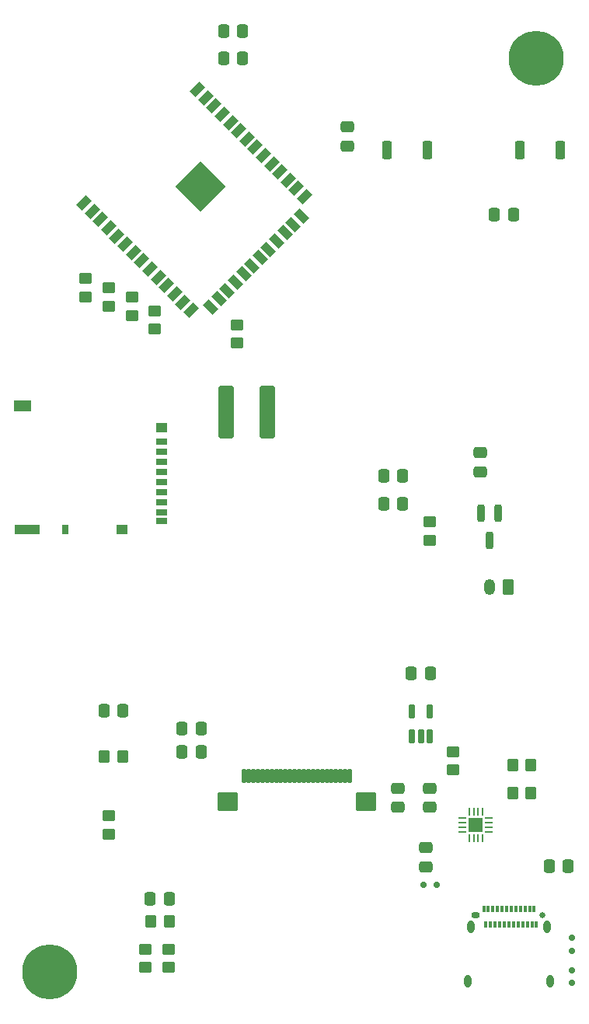
<source format=gbr>
%TF.GenerationSoftware,KiCad,Pcbnew,9.0.6*%
%TF.CreationDate,2025-11-24T16:31:49-05:00*%
%TF.ProjectId,EPD_HUB_ESP32,4550445f-4855-4425-9f45-535033322e6b,rev?*%
%TF.SameCoordinates,Original*%
%TF.FileFunction,Soldermask,Bot*%
%TF.FilePolarity,Negative*%
%FSLAX46Y46*%
G04 Gerber Fmt 4.6, Leading zero omitted, Abs format (unit mm)*
G04 Created by KiCad (PCBNEW 9.0.6) date 2025-11-24 16:31:49*
%MOMM*%
%LPD*%
G01*
G04 APERTURE LIST*
G04 Aperture macros list*
%AMRoundRect*
0 Rectangle with rounded corners*
0 $1 Rounding radius*
0 $2 $3 $4 $5 $6 $7 $8 $9 X,Y pos of 4 corners*
0 Add a 4 corners polygon primitive as box body*
4,1,4,$2,$3,$4,$5,$6,$7,$8,$9,$2,$3,0*
0 Add four circle primitives for the rounded corners*
1,1,$1+$1,$2,$3*
1,1,$1+$1,$4,$5*
1,1,$1+$1,$6,$7*
1,1,$1+$1,$8,$9*
0 Add four rect primitives between the rounded corners*
20,1,$1+$1,$2,$3,$4,$5,0*
20,1,$1+$1,$4,$5,$6,$7,0*
20,1,$1+$1,$6,$7,$8,$9,0*
20,1,$1+$1,$8,$9,$2,$3,0*%
%AMRotRect*
0 Rectangle, with rotation*
0 The origin of the aperture is its center*
0 $1 length*
0 $2 width*
0 $3 Rotation angle, in degrees counterclockwise*
0 Add horizontal line*
21,1,$1,$2,0,0,$3*%
G04 Aperture macros list end*
%ADD10C,6.000000*%
%ADD11R,1.200000X0.700000*%
%ADD12R,0.800000X1.000000*%
%ADD13R,1.200000X1.000000*%
%ADD14R,2.800000X1.000000*%
%ADD15R,1.900000X1.300000*%
%ADD16RoundRect,0.250000X-0.337500X-0.475000X0.337500X-0.475000X0.337500X0.475000X-0.337500X0.475000X0*%
%ADD17RoundRect,0.250000X-0.475000X0.337500X-0.475000X-0.337500X0.475000X-0.337500X0.475000X0.337500X0*%
%ADD18RoundRect,0.250000X-0.350000X-0.450000X0.350000X-0.450000X0.350000X0.450000X-0.350000X0.450000X0*%
%ADD19RoundRect,0.250000X0.450000X-0.350000X0.450000X0.350000X-0.450000X0.350000X-0.450000X-0.350000X0*%
%ADD20RoundRect,0.250000X0.337500X0.475000X-0.337500X0.475000X-0.337500X-0.475000X0.337500X-0.475000X0*%
%ADD21RoundRect,0.250000X-0.450000X0.350000X-0.450000X-0.350000X0.450000X-0.350000X0.450000X0.350000X0*%
%ADD22RoundRect,0.150000X0.200000X-0.150000X0.200000X0.150000X-0.200000X0.150000X-0.200000X-0.150000X0*%
%ADD23RoundRect,0.250000X0.475000X-0.337500X0.475000X0.337500X-0.475000X0.337500X-0.475000X-0.337500X0*%
%ADD24RoundRect,0.250000X0.275000X0.750000X-0.275000X0.750000X-0.275000X-0.750000X0.275000X-0.750000X0*%
%ADD25RotRect,1.500000X0.900000X225.000000*%
%ADD26RotRect,1.500000X0.900000X45.000000*%
%ADD27RotRect,1.500000X0.900000X315.000000*%
%ADD28C,0.600000*%
%ADD29RotRect,3.900000X3.900000X315.000000*%
%ADD30RoundRect,0.250000X0.350000X0.625000X-0.350000X0.625000X-0.350000X-0.625000X0.350000X-0.625000X0*%
%ADD31O,1.200000X1.750000*%
%ADD32RoundRect,0.250000X-0.600000X-2.600000X0.600000X-2.600000X0.600000X2.600000X-0.600000X2.600000X0*%
%ADD33RoundRect,0.062500X0.375000X0.062500X-0.375000X0.062500X-0.375000X-0.062500X0.375000X-0.062500X0*%
%ADD34RoundRect,0.062500X0.062500X0.375000X-0.062500X0.375000X-0.062500X-0.375000X0.062500X-0.375000X0*%
%ADD35R,1.600000X1.600000*%
%ADD36RoundRect,0.162500X0.162500X-0.617500X0.162500X0.617500X-0.162500X0.617500X-0.162500X-0.617500X0*%
%ADD37C,0.650000*%
%ADD38O,0.950000X0.650000*%
%ADD39R,0.300000X0.700000*%
%ADD40O,0.800000X1.400000*%
%ADD41RoundRect,0.200000X-0.200000X0.750000X-0.200000X-0.750000X0.200000X-0.750000X0.200000X0.750000X0*%
%ADD42RoundRect,0.102000X0.150000X0.650000X-0.150000X0.650000X-0.150000X-0.650000X0.150000X-0.650000X0*%
%ADD43RoundRect,0.102000X1.000000X0.900000X-1.000000X0.900000X-1.000000X-0.900000X1.000000X-0.900000X0*%
%ADD44RoundRect,0.250000X-0.275000X-0.750000X0.275000X-0.750000X0.275000X0.750000X-0.275000X0.750000X0*%
%ADD45RoundRect,0.150000X0.150000X0.200000X-0.150000X0.200000X-0.150000X-0.200000X0.150000X-0.200000X0*%
G04 APERTURE END LIST*
D10*
%TO.C,REF_1*%
X165000000Y-48000000D03*
%TD*%
%TO.C,REF_2*%
X112000000Y-147500000D03*
%TD*%
D11*
%TO.C,J7*%
X124163840Y-89725000D03*
X124163840Y-90825000D03*
X124163840Y-91925000D03*
X124163840Y-93025000D03*
X124163840Y-94125000D03*
X124163840Y-95225000D03*
X124163840Y-96325000D03*
X124163840Y-97425000D03*
X124163840Y-98375000D03*
D12*
X113663840Y-99325000D03*
D13*
X119863840Y-99325000D03*
D14*
X109513840Y-99325000D03*
D13*
X124163840Y-88175000D03*
D15*
X109063840Y-85825000D03*
%TD*%
D16*
%TO.C,C8*%
X117901340Y-119000000D03*
X119976340Y-119000000D03*
%TD*%
D17*
%TO.C,C34*%
X144438840Y-55462500D03*
X144438840Y-57537500D03*
%TD*%
D18*
%TO.C,R10*%
X117938840Y-124000000D03*
X119938840Y-124000000D03*
%TD*%
D19*
%TO.C,R12*%
X118438840Y-132500000D03*
X118438840Y-130500000D03*
%TD*%
D16*
%TO.C,C35*%
X160462500Y-65000000D03*
X162537500Y-65000000D03*
%TD*%
D20*
%TO.C,C37*%
X150476340Y-96500000D03*
X148401340Y-96500000D03*
%TD*%
D17*
%TO.C,C2*%
X152938840Y-133962500D03*
X152938840Y-136037500D03*
%TD*%
D20*
%TO.C,C33*%
X133037500Y-48010000D03*
X130962500Y-48010000D03*
%TD*%
D19*
%TO.C,R4*%
X155938840Y-125500000D03*
X155938840Y-123500000D03*
%TD*%
D21*
%TO.C,R3*%
X124938840Y-145000000D03*
X124938840Y-147000000D03*
%TD*%
D22*
%TO.C,D1*%
X168938840Y-147300000D03*
X168938840Y-148700000D03*
%TD*%
D23*
%TO.C,C22*%
X149938840Y-129537500D03*
X149938840Y-127462500D03*
%TD*%
D24*
%TO.C,SW6*%
X153163840Y-58000000D03*
X148713840Y-58000000D03*
%TD*%
D21*
%TO.C,R54*%
X123438840Y-75500000D03*
X123438840Y-77500000D03*
%TD*%
D18*
%TO.C,R5*%
X162438840Y-125000000D03*
X164438840Y-125000000D03*
%TD*%
D20*
%TO.C,C1*%
X125037500Y-139500000D03*
X122962500Y-139500000D03*
%TD*%
D21*
%TO.C,R55*%
X132438840Y-77000000D03*
X132438840Y-79000000D03*
%TD*%
D23*
%TO.C,C5*%
X158938840Y-93037500D03*
X158938840Y-90962500D03*
%TD*%
D20*
%TO.C,C6*%
X153476340Y-115000000D03*
X151401340Y-115000000D03*
%TD*%
D21*
%TO.C,R9*%
X118438840Y-73000000D03*
X118438840Y-75000000D03*
%TD*%
D25*
%TO.C,U4*%
X128106500Y-51394510D03*
X129004525Y-52292536D03*
X129902551Y-53190561D03*
X130800577Y-54088587D03*
X131698602Y-54986612D03*
X132596628Y-55884638D03*
X133494653Y-56782664D03*
X134392679Y-57680689D03*
X135290705Y-58578715D03*
X136188730Y-59476741D03*
X137086756Y-60374766D03*
X137984781Y-61272792D03*
X138882807Y-62170817D03*
D26*
X139780833Y-63068843D03*
D27*
X139416673Y-65200770D03*
X138518647Y-66098796D03*
X137620621Y-66996821D03*
X136722596Y-67894847D03*
X135824570Y-68792872D03*
X134926545Y-69690898D03*
X134028519Y-70588924D03*
X133130493Y-71486949D03*
X132232468Y-72384975D03*
X131334442Y-73283000D03*
X130436417Y-74181026D03*
X129538391Y-75079052D03*
D25*
X127406464Y-75443212D03*
X126508438Y-74545186D03*
X125610413Y-73647160D03*
X124712387Y-72749135D03*
X123814362Y-71851109D03*
X122916336Y-70953084D03*
X122018310Y-70055058D03*
X121120285Y-69157032D03*
X120222259Y-68259007D03*
X119324233Y-67360981D03*
X118426208Y-66462956D03*
X117528182Y-65564930D03*
X116630157Y-64666904D03*
X115732131Y-63768879D03*
D28*
X129923764Y-61484924D03*
X128933815Y-60494974D03*
X129923764Y-62474873D03*
X128933815Y-61484924D03*
X127943865Y-60494974D03*
X128933815Y-62474873D03*
D29*
X128438840Y-61979899D03*
D28*
X127943865Y-61484924D03*
X128933815Y-63464823D03*
X127943865Y-62474873D03*
X126953916Y-61484924D03*
X127943865Y-63464823D03*
X126953916Y-62474873D03*
%TD*%
D21*
%TO.C,R53*%
X120938840Y-74000000D03*
X120938840Y-76000000D03*
%TD*%
D30*
%TO.C,J5*%
X161938840Y-105550000D03*
D31*
X159938840Y-105550000D03*
%TD*%
D32*
%TO.C,L1*%
X131250000Y-86500000D03*
X135750000Y-86500000D03*
%TD*%
D16*
%TO.C,C16*%
X126401340Y-123500000D03*
X128476340Y-123500000D03*
%TD*%
D33*
%TO.C,U2*%
X159876340Y-130750000D03*
X159876340Y-131250000D03*
X159876340Y-131750000D03*
X159876340Y-132250000D03*
D34*
X159188840Y-132937500D03*
X158688840Y-132937500D03*
X158188840Y-132937500D03*
X157688840Y-132937500D03*
D33*
X157001340Y-132250000D03*
X157001340Y-131750000D03*
X157001340Y-131250000D03*
X157001340Y-130750000D03*
D34*
X157688840Y-130062500D03*
X158188840Y-130062500D03*
X158688840Y-130062500D03*
X159188840Y-130062500D03*
D35*
X158438840Y-131500000D03*
%TD*%
D20*
%TO.C,C36*%
X150476340Y-93490000D03*
X148401340Y-93490000D03*
%TD*%
D18*
%TO.C,R1*%
X123000000Y-142000000D03*
X125000000Y-142000000D03*
%TD*%
D36*
%TO.C,U3*%
X153388840Y-121850000D03*
X152438840Y-121850000D03*
X151488840Y-121850000D03*
X151488840Y-119150000D03*
X153388840Y-119150000D03*
%TD*%
D16*
%TO.C,C14*%
X126401340Y-121000000D03*
X128476340Y-121000000D03*
%TD*%
D19*
%TO.C,R7*%
X153438840Y-100500000D03*
X153438840Y-98500000D03*
%TD*%
D16*
%TO.C,C3*%
X166401340Y-136000000D03*
X168476340Y-136000000D03*
%TD*%
D37*
%TO.C,J1*%
X165639840Y-141300000D03*
D38*
X158439840Y-141300000D03*
D39*
X164789840Y-140640000D03*
X164289840Y-140640000D03*
X163789840Y-140640000D03*
X163289840Y-140640000D03*
X162789840Y-140640000D03*
X162289840Y-140640000D03*
X161789840Y-140640000D03*
X161289840Y-140640000D03*
X160789840Y-140640000D03*
X160289840Y-140640000D03*
X159789840Y-140640000D03*
X159289840Y-140640000D03*
X159539840Y-142340000D03*
X160039840Y-142340000D03*
X160539840Y-142340000D03*
X161039840Y-142340000D03*
X161539840Y-142340000D03*
X162039840Y-142340000D03*
X162539840Y-142340000D03*
X163039840Y-142340000D03*
X163539840Y-142340000D03*
X164039840Y-142340000D03*
X164539840Y-142340000D03*
X165039840Y-142340000D03*
D40*
X166529840Y-148500000D03*
X166169840Y-142550000D03*
X157909840Y-142550000D03*
X157549840Y-148500000D03*
%TD*%
D41*
%TO.C,Q3*%
X158988840Y-97500000D03*
X160888840Y-97500000D03*
X159938840Y-100500000D03*
%TD*%
D42*
%TO.C,J3*%
X144688840Y-126150000D03*
X144188840Y-126150000D03*
X143688840Y-126150000D03*
X143188840Y-126150000D03*
X142688840Y-126150000D03*
X142188840Y-126150000D03*
X141688840Y-126150000D03*
X141188840Y-126150000D03*
X140688840Y-126150000D03*
X140188840Y-126150000D03*
X139688840Y-126150000D03*
X139188840Y-126150000D03*
X138688840Y-126150000D03*
X138188840Y-126150000D03*
X137688840Y-126150000D03*
X137188840Y-126150000D03*
X136688840Y-126150000D03*
X136188840Y-126150000D03*
X135688840Y-126150000D03*
X135188840Y-126150000D03*
X134688840Y-126150000D03*
X134188840Y-126150000D03*
X133688840Y-126150000D03*
X133188840Y-126150000D03*
D43*
X146488840Y-128900000D03*
X131388840Y-128900000D03*
%TD*%
D17*
%TO.C,C4*%
X153438840Y-127462500D03*
X153438840Y-129537500D03*
%TD*%
D21*
%TO.C,R8*%
X115938840Y-72000000D03*
X115938840Y-74000000D03*
%TD*%
D20*
%TO.C,C32*%
X133037500Y-45000000D03*
X130962500Y-45000000D03*
%TD*%
D21*
%TO.C,R2*%
X122438840Y-145000000D03*
X122438840Y-147000000D03*
%TD*%
D18*
%TO.C,R6*%
X162438840Y-128000000D03*
X164438840Y-128000000D03*
%TD*%
D44*
%TO.C,SW12*%
X163213840Y-58000000D03*
X167663840Y-58000000D03*
%TD*%
D22*
%TO.C,D2*%
X168938840Y-143800000D03*
X168938840Y-145200000D03*
%TD*%
D45*
%TO.C,D3*%
X152738840Y-138000000D03*
X154138840Y-138000000D03*
%TD*%
M02*

</source>
